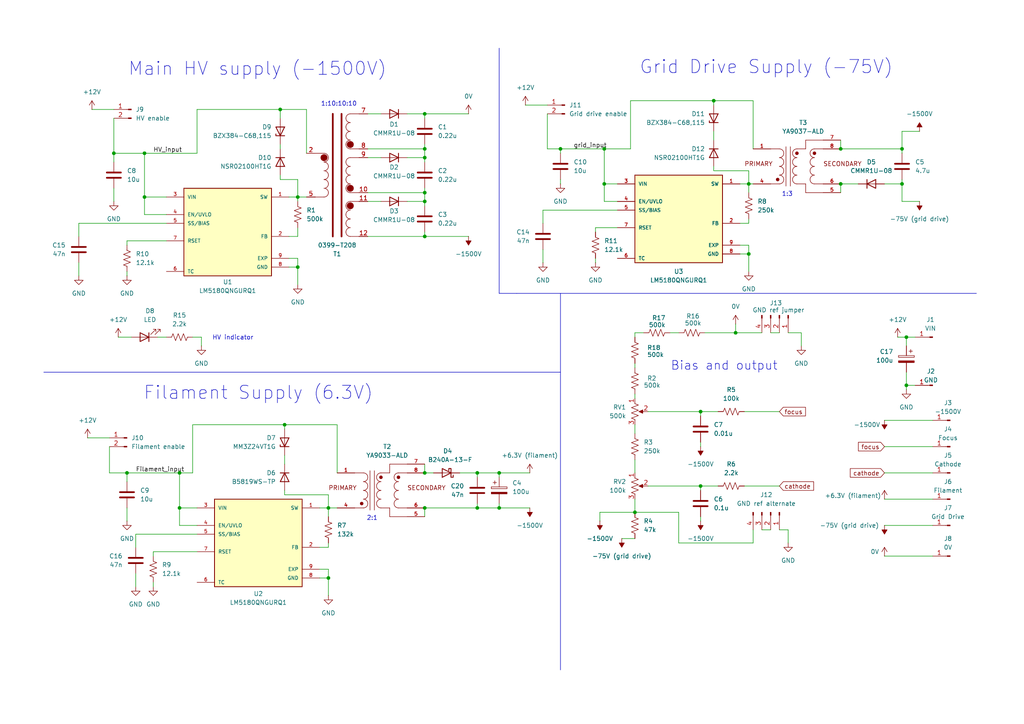
<source format=kicad_sch>
(kicad_sch (version 20231120) (generator "eeschema") (generator_version "8.0")
  (paper "A4")
  (lib_symbols
    (symbol "Connector:Conn_01x01_Pin" (pin_names (offset 1.016) hide)
      (property "Reference" "J" (at 0 2.54 0))
      (property "Value" "Conn_01x01_Pin" (at 0 -2.54 0))
      (symbol "Conn_01x01_Pin_1_1"
        (pin passive line (at 5.08 0 180) (length 3.81) (name "Pin_1") (number "1"))
      )
    )
    (symbol "Connector:Conn_01x02_Pin" (pin_names (offset 1.016) hide)
      (property "Reference" "J" (at 0 2.54 0))
      (property "Value" "Conn_01x02_Pin" (at 0 -5.08 0))
      (symbol "Conn_01x02_Pin_1_1"
        (pin passive line (at 5.08 0 180) (length 3.81) (name "Pin_1") (number "1"))
        (pin passive line (at 5.08 -2.54 180) (length 3.81) (name "Pin_2") (number "2"))
      )
    )
    (symbol "Connector:Conn_01x04_Pin" (pin_names (offset 1.016) hide)
      (property "Reference" "J" (at 0 5.08 0))
      (property "Value" "Conn_01x04_Pin" (at 0 -7.62 0))
      (symbol "Conn_01x04_Pin_1_1"
        (pin passive line (at 5.08 2.54 180) (length 3.81) (name "Pin_1") (number "1"))
        (pin passive line (at 5.08 0 180) (length 3.81) (name "Pin_2") (number "2"))
        (pin passive line (at 5.08 -2.54 180) (length 3.81) (name "Pin_3") (number "3"))
        (pin passive line (at 5.08 -5.08 180) (length 3.81) (name "Pin_4") (number "4"))
      )
    )
    (symbol "Device:C" (pin_numbers hide) (pin_names (offset 0.254))
      (property "Reference" "C" (at 0.635 2.54 0))
      (property "Value" "C" (at 0.635 -2.54 0))
      (symbol "C_1_1"
        (pin passive line (at 0 3.81 270) (length 2.794) (name "~") (number "1"))
        (pin passive line (at 0 -3.81 90) (length 2.794) (name "~") (number "2"))
      )
    )
    (symbol "Device:C_Polarized" (pin_numbers hide) (pin_names (offset 0.254))
      (property "Reference" "C" (at 0.635 2.54 0))
      (property "Value" "C_Polarized" (at 0.635 -2.54 0))
      (symbol "C_Polarized_1_1"
        (pin passive line (at 0 3.81 270) (length 2.794) (name "~") (number "1"))
        (pin passive line (at 0 -3.81 90) (length 2.794) (name "~") (number "2"))
      )
    )
    (symbol "Device:D" (pin_numbers hide) (pin_names (offset 1.016) hide)
      (property "Reference" "D" (at 0 2.54 0))
      (property "Value" "D" (at 0 -2.54 0))
      (symbol "D_1_1"
        (pin passive line (at -3.81 0 0) (length 2.54) (name "K") (number "1"))
        (pin passive line (at 3.81 0 180) (length 2.54) (name "A") (number "2"))
      )
    )
    (symbol "Device:D_Schottky" (pin_numbers hide) (pin_names (offset 1.016) hide)
      (property "Reference" "D" (at 0 2.54 0))
      (property "Value" "D_Schottky" (at 0 -2.54 0))
      (symbol "D_Schottky_1_1"
        (pin passive line (at -3.81 0 0) (length 2.54) (name "K") (number "1"))
        (pin passive line (at 3.81 0 180) (length 2.54) (name "A") (number "2"))
      )
    )
    (symbol "Device:D_Zener" (pin_numbers hide) (pin_names (offset 1.016) hide)
      (property "Reference" "D" (at 0 2.54 0))
      (property "Value" "D_Zener" (at 0 -2.54 0))
      (symbol "D_Zener_1_1"
        (pin passive line (at -3.81 0 0) (length 2.54) (name "K") (number "1"))
        (pin passive line (at 3.81 0 180) (length 2.54) (name "A") (number "2"))
      )
    )
    (symbol "Device:LED" (pin_numbers hide) (pin_names (offset 1.016) hide)
      (property "Reference" "D" (at 0 2.54 0))
      (property "Value" "LED" (at 0 -2.54 0))
      (symbol "LED_1_1"
        (pin passive line (at -3.81 0 0) (length 2.54) (name "K") (number "1"))
        (pin passive line (at 3.81 0 180) (length 2.54) (name "A") (number "2"))
      )
    )
    (symbol "Device:R_Potentiometer_US" (pin_names (offset 1.016) hide)
      (property "Reference" "RV" (at -4.445 0 90))
      (property "Value" "R_Potentiometer_US" (at -2.54 0 90))
      (symbol "R_Potentiometer_US_1_1"
        (pin passive line (at 0 3.81 270) (length 1.27) (name "1") (number "1"))
        (pin passive line (at 3.81 0 180) (length 1.27) (name "2") (number "2"))
        (pin passive line (at 0 -3.81 90) (length 1.27) (name "3") (number "3"))
      )
    )
    (symbol "Device:R_US" (pin_numbers hide) (pin_names (offset 0))
      (property "Reference" "R" (at 2.54 0 90))
      (property "Value" "R_US" (at -2.54 0 90))
      (symbol "R_US_1_1"
        (pin passive line (at 0 3.81 270) (length 1.27) (name "~") (number "1"))
        (pin passive line (at 0 -3.81 90) (length 1.27) (name "~") (number "2"))
      )
    )
    (symbol "LM5180QNGURQ1:LM5180QNGURQ1" (pin_names (offset 1.016))
      (property "Reference" "U" (at -12.7 13.97 0))
      (property "Value" "LM5180QNGURQ1" (at -12.7 -13.97 0))
      (symbol "LM5180QNGURQ1_0_0"
        (pin output line (at 17.78 10.16 180) (length 5.08) (name "SW") (number "1"))
        (pin input line (at 17.78 -1.27 180) (length 5.08) (name "FB") (number "2"))
        (pin input line (at -17.78 10.16 0) (length 5.08) (name "VIN") (number "3"))
        (pin input line (at -17.78 5.08 0) (length 5.08) (name "EN/UVLO") (number "4"))
        (pin input line (at -17.78 2.54 0) (length 5.08) (name "SS/BIAS") (number "5"))
        (pin passive line (at -17.78 -11.43 0) (length 5.08) (name "TC") (number "6"))
        (pin passive line (at -17.78 -2.54 0) (length 5.08) (name "RSET") (number "7"))
        (pin power_in line (at 17.78 -10.16 180) (length 5.08) (name "GND") (number "8"))
        (pin power_in line (at 17.78 -7.62 180) (length 5.08) (name "EXP") (number "9"))
      )
    )
    (symbol "Sumida Transformer:0399-T208"
      (property "Reference" "T" (at 3.81 -19.05 0))
      (property "Value" "0399-T208" (at 0 20.32 0))
      (symbol "0399-T208_1_1"
        (pin passive line (at 8.89 5.08 180) (length 2.54) (name "") (number "10"))
        (pin passive line (at 8.89 7.62 180) (length 2.54) (name "") (number "11"))
        (pin passive line (at 8.89 17.78 180) (length 2.54) (name "") (number "12"))
        (pin passive line (at -8.89 -6.35 0) (length 2.54) (name "") (number "2"))
        (pin passive line (at -8.89 6.35 0) (length 2.54) (name "") (number "5"))
        (pin passive line (at 8.89 -17.78 180) (length 2.54) (name "") (number "7"))
        (pin passive line (at 8.89 -7.62 180) (length 2.54) (name "") (number "8"))
        (pin passive line (at 8.89 -5.08 180) (length 2.54) (name "") (number "9"))
      )
    )
    (symbol "YA9033-ALD:YA9033-ALD" (pin_names (offset 1.016))
      (property "Reference" "T" (at -5.0839 10.1679 0))
      (property "Value" "YA9033-ALD" (at -5.0814 -10.1627 0))
      (symbol "YA9033-ALD_0_0"
        (text "PRIMARY" (at -12.7 0 0) (effects (font (size 1.27 1.27)) (justify left bottom)))
        (text "SECONDARY" (at 10.16 0 0) (effects (font (size 1.27 1.27)) (justify left bottom)))
        (pin passive line (at -10.16 5.08 0) (length 5.08) (name "~") (number "1"))
        (pin passive line (at -10.16 -5.08 0) (length 5.08) (name "~") (number "4"))
        (pin passive line (at 15.24 -7.62 180) (length 5.08) (name "~") (number "5"))
        (pin passive line (at 15.24 -5.08 180) (length 5.08) (name "~") (number "6"))
        (pin passive line (at 15.24 7.62 180) (length 5.08) (name "~") (number "7"))
        (pin passive line (at 15.24 5.08 180) (length 5.08) (name "~") (number "8"))
      )
    )
    (symbol "power:+12V" (power) (pin_numbers hide) (pin_names (offset 0) hide)
      (property "Value" "+12V" (at 0 3.556 0))
      (symbol "+12V_1_1"
        (pin power_in line (at 0 0 90) (length 0) (name "~") (number "1"))
      )
    )
    (symbol "power:+1V0" (power) (pin_numbers hide) (pin_names (offset 0) hide)
      (property "Value" "+1V0" (at 0 3.556 0))
      (symbol "+1V0_1_1"
        (pin power_in line (at 0 0 90) (length 0) (name "~") (number "1"))
      )
    )
    (symbol "power:+6V" (power) (pin_numbers hide) (pin_names (offset 0) hide)
      (property "Value" "+6V" (at 0 3.556 0))
      (symbol "+6V_1_1"
        (pin power_in line (at 0 0 90) (length 0) (name "~") (number "1"))
      )
    )
    (symbol "power:-24V" (power) (pin_numbers hide) (pin_names (offset 0) hide)
      (property "Value" "-24V" (at 0 3.556 0))
      (symbol "-24V_0_0"
        (pin power_in line (at 0 0 90) (length 0) (name "~") (number "1"))
      )
    )
    (symbol "power:-48V" (power) (pin_numbers hide) (pin_names (offset 0) hide)
      (property "Value" "-48V" (at 0 3.556 0))
      (symbol "-48V_0_0"
        (pin power_in line (at 0 0 90) (length 0) (name "~") (number "1"))
      )
    )
    (symbol "power:GND" (power) (pin_numbers hide) (pin_names (offset 0) hide)
      (property "Value" "GND" (at 0 -3.81 0))
      (symbol "GND_1_1"
        (pin power_in line (at 0 0 270) (length 0) (name "~") (number "1"))
      )
    )
  )
  (junction (at 41.91 57.15))
  (junction (at 82.55 123.19))
  (junction (at 138.43 137.16))
  (junction (at 95.25 167.64))
  (junction (at 81.28 31.75))
  (junction (at 243.84 53.34))
  (junction (at 217.17 53.34))
  (junction (at 213.36 96.52))
  (junction (at 33.02 44.45))
  (junction (at 262.89 111.76))
  (junction (at 207.01 29.21))
  (junction (at 52.07 137.16))
  (junction (at 123.19 45.72))
  (junction (at 86.36 77.47))
  (junction (at 262.89 97.79))
  (junction (at 144.78 137.16))
  (junction (at 162.56 43.18))
  (junction (at 41.91 44.45))
  (junction (at 217.17 73.66))
  (junction (at 175.26 53.34))
  (junction (at 261.62 43.18))
  (junction (at 203.2 140.97))
  (junction (at 123.19 58.42))
  (junction (at 86.36 57.15))
  (junction (at 123.19 55.88))
  (junction (at 138.43 147.32))
  (junction (at 243.84 43.18))
  (junction (at 144.78 147.32))
  (junction (at 52.07 147.32))
  (junction (at 123.19 33.02))
  (junction (at 95.25 147.32))
  (junction (at 123.19 68.58))
  (junction (at 184.15 148.59))
  (junction (at 36.83 137.16))
  (junction (at 261.62 53.34))
  (junction (at 123.19 137.16))
  (junction (at 123.19 43.18))
  (junction (at 203.2 119.38))
  (junction (at 123.19 147.32))
  (junction (at 175.26 43.18))
  (wire (pts (xy 172.72 67.31) (xy 172.72 66.04)))
  (wire (pts (xy 123.19 55.88) (xy 123.19 58.42)))
  (wire (pts (xy 213.36 93.98) (xy 213.36 96.52)))
  (wire (pts (xy 179.07 58.42) (xy 175.26 58.42)))
  (wire (pts (xy 55.88 137.16) (xy 52.07 137.16)))
  (wire (pts (xy 215.9 119.38) (xy 226.06 119.38)))
  (wire (pts (xy 86.36 77.47) (xy 86.36 82.55)))
  (wire (pts (xy 138.43 137.16) (xy 138.43 138.43)))
  (wire (pts (xy 48.26 57.15) (xy 41.91 57.15)))
  (wire (pts (xy 33.02 44.45) (xy 33.02 46.99)))
  (wire (pts (xy 217.17 63.5) (xy 217.17 64.77)))
  (wire (pts (xy 203.2 128.27) (xy 203.2 129.54)))
  (wire (pts (xy 232.41 96.52) (xy 232.41 100.33)))
  (wire (pts (xy 33.02 44.45) (xy 41.91 44.45)))
  (wire (pts (xy 123.19 134.62) (xy 123.19 137.16)))
  (wire (pts (xy 86.36 57.15) (xy 86.36 58.42)))
  (wire (pts (xy 95.25 147.32) (xy 95.25 143.51)))
  (polyline (pts (xy 144.78 13.97) (xy 144.78 85.09)))
  (wire (pts (xy 173.99 148.59) (xy 184.15 148.59)))
  (wire (pts (xy 203.2 140.97) (xy 208.28 140.97)))
  (wire (pts (xy 33.02 34.29) (xy 33.02 44.45)))
  (wire (pts (xy 123.19 67.31) (xy 123.19 68.58)))
  (wire (pts (xy 39.37 154.94) (xy 57.15 154.94)))
  (wire (pts (xy 184.15 105.41) (xy 184.15 106.68)))
  (wire (pts (xy 203.2 119.38) (xy 203.2 120.65)))
  (wire (pts (xy 55.88 97.79) (xy 58.42 97.79)))
  (wire (pts (xy 95.25 147.32) (xy 97.79 147.32)))
  (wire (pts (xy 220.98 153.67) (xy 223.52 153.67)))
  (wire (pts (xy 86.36 57.15) (xy 88.9 57.15)))
  (wire (pts (xy 83.82 68.58) (xy 86.36 68.58)))
  (wire (pts (xy 133.35 137.16) (xy 138.43 137.16)))
  (polyline (pts (xy 162.56 85.09) (xy 162.56 194.31)))
  (wire (pts (xy 83.82 74.93) (xy 86.36 74.93)))
  (wire (pts (xy 123.19 58.42) (xy 123.19 59.69)))
  (wire (pts (xy 82.55 143.51) (xy 95.25 143.51)))
  (wire (pts (xy 144.78 147.32) (xy 153.67 147.32)))
  (wire (pts (xy 123.19 45.72) (xy 123.19 46.99)))
  (wire (pts (xy 180.34 156.21) (xy 184.15 156.21)))
  (wire (pts (xy 157.48 60.96) (xy 157.48 64.77)))
  (wire (pts (xy 57.15 152.4) (xy 52.07 152.4)))
  (wire (pts (xy 36.83 69.85) (xy 48.26 69.85)))
  (wire (pts (xy 86.36 52.07) (xy 86.36 57.15)))
  (wire (pts (xy 256.54 144.78) (xy 270.51 144.78)))
  (wire (pts (xy 203.2 149.86) (xy 203.2 151.13)))
  (wire (pts (xy 123.19 147.32) (xy 123.19 149.86)))
  (wire (pts (xy 187.96 119.38) (xy 203.2 119.38)))
  (wire (pts (xy 214.63 64.77) (xy 217.17 64.77)))
  (wire (pts (xy 95.25 165.1) (xy 95.25 167.64)))
  (wire (pts (xy 106.68 55.88) (xy 123.19 55.88)))
  (wire (pts (xy 207.01 49.53) (xy 217.17 49.53)))
  (wire (pts (xy 175.26 53.34) (xy 175.26 43.18)))
  (wire (pts (xy 106.68 33.02) (xy 110.49 33.02)))
  (wire (pts (xy 95.25 167.64) (xy 95.25 172.72)))
  (wire (pts (xy 262.89 97.79) (xy 262.89 100.33)))
  (wire (pts (xy 243.84 53.34) (xy 248.92 53.34)))
  (wire (pts (xy 123.19 33.02) (xy 135.89 33.02)))
  (wire (pts (xy 36.83 78.74) (xy 36.83 80.01)))
  (wire (pts (xy 218.44 29.21) (xy 218.44 43.18)))
  (wire (pts (xy 217.17 49.53) (xy 217.17 53.34)))
  (wire (pts (xy 152.4 30.48) (xy 158.75 30.48)))
  (wire (pts (xy 144.78 146.05) (xy 144.78 147.32)))
  (wire (pts (xy 138.43 146.05) (xy 138.43 147.32)))
  (wire (pts (xy 207.01 48.26) (xy 207.01 49.53)))
  (wire (pts (xy 226.06 153.67) (xy 228.6 153.67)))
  (wire (pts (xy 182.88 43.18) (xy 175.26 43.18)))
  (wire (pts (xy 57.15 44.45) (xy 41.91 44.45)))
  (wire (pts (xy 44.45 161.29) (xy 44.45 160.02)))
  (wire (pts (xy 172.72 74.93) (xy 172.72 76.2)))
  (wire (pts (xy 215.9 140.97) (xy 226.06 140.97)))
  (wire (pts (xy 261.62 52.07) (xy 261.62 53.34)))
  (wire (pts (xy 22.86 64.77) (xy 22.86 68.58)))
  (wire (pts (xy 83.82 57.15) (xy 86.36 57.15)))
  (wire (pts (xy 162.56 43.18) (xy 162.56 44.45)))
  (wire (pts (xy 217.17 73.66) (xy 217.17 78.74)))
  (wire (pts (xy 82.55 123.19) (xy 97.79 123.19)))
  (wire (pts (xy 256.54 53.34) (xy 261.62 53.34)))
  (wire (pts (xy 179.07 53.34) (xy 175.26 53.34)))
  (wire (pts (xy 123.19 147.32) (xy 138.43 147.32)))
  (wire (pts (xy 228.6 96.52) (xy 232.41 96.52)))
  (wire (pts (xy 207.01 29.21) (xy 207.01 30.48)))
  (wire (pts (xy 213.36 96.52) (xy 220.98 96.52)))
  (wire (pts (xy 83.82 77.47) (xy 86.36 77.47)))
  (wire (pts (xy 52.07 137.16) (xy 52.07 147.32)))
  (wire (pts (xy 123.19 137.16) (xy 125.73 137.16)))
  (wire (pts (xy 26.67 31.75) (xy 33.02 31.75)))
  (wire (pts (xy 262.89 97.79) (xy 265.43 97.79)))
  (wire (pts (xy 261.62 43.18) (xy 261.62 38.1)))
  (polyline (pts (xy 149.86 85.09) (xy 283.21 85.09)))
  (wire (pts (xy 158.75 33.02) (xy 158.75 43.18)))
  (wire (pts (xy 57.15 147.32) (xy 52.07 147.32)))
  (wire (pts (xy 41.91 57.15) (xy 41.91 62.23)))
  (wire (pts (xy 138.43 147.32) (xy 144.78 147.32)))
  (wire (pts (xy 44.45 168.91) (xy 44.45 170.18)))
  (wire (pts (xy 182.88 29.21) (xy 207.01 29.21)))
  (wire (pts (xy 261.62 38.1) (xy 266.7 38.1)))
  (wire (pts (xy 204.47 96.52) (xy 213.36 96.52)))
  (wire (pts (xy 214.63 53.34) (xy 217.17 53.34)))
  (wire (pts (xy 203.2 140.97) (xy 203.2 142.24)))
  (wire (pts (xy 262.89 107.95) (xy 262.89 111.76)))
  (wire (pts (xy 144.78 137.16) (xy 153.67 137.16)))
  (wire (pts (xy 82.55 123.19) (xy 82.55 124.46)))
  (wire (pts (xy 52.07 152.4) (xy 52.07 147.32)))
  (polyline (pts (xy 12.7 107.95) (xy 162.56 107.95)))
  (wire (pts (xy 97.79 123.19) (xy 97.79 137.16)))
  (wire (pts (xy 81.28 31.75) (xy 88.9 31.75)))
  (wire (pts (xy 25.4 127) (xy 31.75 127)))
  (wire (pts (xy 261.62 53.34) (xy 261.62 58.42)))
  (wire (pts (xy 243.84 40.64) (xy 243.84 43.18)))
  (wire (pts (xy 217.17 53.34) (xy 218.44 53.34)))
  (wire (pts (xy 203.2 119.38) (xy 208.28 119.38)))
  (wire (pts (xy 36.83 71.12) (xy 36.83 69.85)))
  (polyline (pts (xy 144.78 85.09) (xy 149.86 85.09)))
  (wire (pts (xy 123.19 54.61) (xy 123.19 55.88)))
  (wire (pts (xy 144.78 137.16) (xy 144.78 138.43)))
  (wire (pts (xy 86.36 74.93) (xy 86.36 77.47)))
  (wire (pts (xy 260.35 97.79) (xy 262.89 97.79)))
  (wire (pts (xy 186.69 96.52) (xy 184.15 96.52)))
  (wire (pts (xy 123.19 41.91) (xy 123.19 43.18)))
  (wire (pts (xy 58.42 97.79) (xy 58.42 100.33)))
  (wire (pts (xy 217.17 71.12) (xy 217.17 73.66)))
  (wire (pts (xy 57.15 31.75) (xy 57.15 44.45)))
  (wire (pts (xy 39.37 166.37) (xy 39.37 170.18)))
  (wire (pts (xy 184.15 133.35) (xy 184.15 137.16)))
  (wire (pts (xy 158.75 43.18) (xy 162.56 43.18)))
  (wire (pts (xy 243.84 43.18) (xy 261.62 43.18)))
  (wire (pts (xy 31.75 137.16) (xy 36.83 137.16)))
  (wire (pts (xy 157.48 72.39) (xy 157.48 76.2)))
  (wire (pts (xy 95.25 147.32) (xy 95.25 149.86)))
  (wire (pts (xy 214.63 71.12) (xy 217.17 71.12)))
  (wire (pts (xy 256.54 137.16) (xy 270.51 137.16)))
  (wire (pts (xy 228.6 153.67) (xy 228.6 157.48)))
  (wire (pts (xy 41.91 57.15) (xy 41.91 44.45)))
  (wire (pts (xy 106.68 58.42) (xy 110.49 58.42)))
  (wire (pts (xy 22.86 76.2) (xy 22.86 80.01)))
  (wire (pts (xy 217.17 53.34) (xy 217.17 55.88)))
  (wire (pts (xy 92.71 158.75) (xy 95.25 158.75)))
  (wire (pts (xy 81.28 50.8) (xy 81.28 52.07)))
  (wire (pts (xy 92.71 147.32) (xy 95.25 147.32)))
  (wire (pts (xy 95.25 157.48) (xy 95.25 158.75)))
  (wire (pts (xy 256.54 129.54) (xy 270.51 129.54)))
  (wire (pts (xy 44.45 160.02) (xy 57.15 160.02)))
  (wire (pts (xy 82.55 132.08) (xy 82.55 134.62)))
  (wire (pts (xy 33.02 54.61) (xy 33.02 58.42)))
  (wire (pts (xy 207.01 38.1) (xy 207.01 40.64)))
  (wire (pts (xy 36.83 137.16) (xy 52.07 137.16)))
  (wire (pts (xy 81.28 52.07) (xy 86.36 52.07)))
  (wire (pts (xy 82.55 142.24) (xy 82.55 143.51)))
  (wire (pts (xy 243.84 53.34) (xy 243.84 55.88)))
  (wire (pts (xy 207.01 29.21) (xy 218.44 29.21)))
  (wire (pts (xy 123.19 33.02) (xy 123.19 34.29)))
  (wire (pts (xy 173.99 148.59) (xy 173.99 151.13)))
  (wire (pts (xy 261.62 43.18) (xy 261.62 44.45)))
  (wire (pts (xy 194.31 96.52) (xy 196.85 96.52)))
  (wire (pts (xy 92.71 165.1) (xy 95.25 165.1)))
  (wire (pts (xy 184.15 123.19) (xy 184.15 125.73)))
  (wire (pts (xy 179.07 60.96) (xy 157.48 60.96)))
  (wire (pts (xy 92.71 167.64) (xy 95.25 167.64)))
  (wire (pts (xy 265.43 111.76) (xy 262.89 111.76)))
  (wire (pts (xy 48.26 62.23) (xy 41.91 62.23)))
  (wire (pts (xy 55.88 123.19) (xy 55.88 137.16)))
  (wire (pts (xy 39.37 154.94) (xy 39.37 158.75)))
  (wire (pts (xy 196.85 157.48) (xy 218.44 157.48)))
  (wire (pts (xy 138.43 137.16) (xy 144.78 137.16)))
  (wire (pts (xy 184.15 114.3) (xy 184.15 115.57)))
  (wire (pts (xy 106.68 43.18) (xy 123.19 43.18)))
  (wire (pts (xy 162.56 43.18) (xy 175.26 43.18)))
  (wire (pts (xy 81.28 31.75) (xy 81.28 34.29)))
  (wire (pts (xy 187.96 140.97) (xy 203.2 140.97)))
  (wire (pts (xy 256.54 161.29) (xy 270.51 161.29)))
  (wire (pts (xy 88.9 31.75) (xy 88.9 44.45)))
  (wire (pts (xy 172.72 66.04) (xy 179.07 66.04)))
  (wire (pts (xy 123.19 43.18) (xy 123.19 45.72)))
  (wire (pts (xy 118.11 33.02) (xy 123.19 33.02)))
  (wire (pts (xy 34.29 97.79) (xy 38.1 97.79)))
  (wire (pts (xy 256.54 152.4) (xy 270.51 152.4)))
  (wire (pts (xy 81.28 41.91) (xy 81.28 43.18)))
  (wire (pts (xy 106.68 45.72) (xy 110.49 45.72)))
  (wire (pts (xy 118.11 45.72) (xy 123.19 45.72)))
  (wire (pts (xy 182.88 29.21) (xy 182.88 43.18)))
  (wire (pts (xy 31.75 129.54) (xy 31.75 137.16)))
  (wire (pts (xy 175.26 58.42) (xy 175.26 53.34)))
  (wire (pts (xy 184.15 148.59) (xy 196.85 148.59)))
  (wire (pts (xy 36.83 147.32) (xy 36.83 151.13)))
  (wire (pts (xy 106.68 68.58) (xy 123.19 68.58)))
  (wire (pts (xy 57.15 31.75) (xy 81.28 31.75)))
  (wire (pts (xy 36.83 137.16) (xy 36.83 139.7)))
  (wire (pts (xy 184.15 144.78) (xy 184.15 148.59)))
  (wire (pts (xy 86.36 66.04) (xy 86.36 68.58)))
  (wire (pts (xy 256.54 121.92) (xy 270.51 121.92)))
  (wire (pts (xy 55.88 123.19) (xy 82.55 123.19)))
  (wire (pts (xy 123.19 68.58) (xy 135.89 68.58)))
  (wire (pts (xy 45.72 97.79) (xy 48.26 97.79)))
  (wire (pts (xy 118.11 58.42) (xy 123.19 58.42)))
  (wire (pts (xy 261.62 58.42) (xy 266.7 58.42)))
  (wire (pts (xy 218.44 157.48) (xy 218.44 153.67)))
  (wire (pts (xy 196.85 148.59) (xy 196.85 157.48)))
  (wire (pts (xy 223.52 96.52) (xy 226.06 96.52)))
  (wire (pts (xy 184.15 96.52) (xy 184.15 97.79)))
  (wire (pts (xy 214.63 73.66) (xy 217.17 73.66)))
  (wire (pts (xy 22.86 64.77) (xy 48.26 64.77)))
  (wire (pts (xy 262.89 111.76) (xy 262.89 113.03)))
  (wire (pts (xy 162.56 52.07) (xy 162.56 53.34)))
  (text "1:3\n" (at 228.346 56.388 0) (effects (font (size 1.27 1.27))))
  (text "HV indicator\n" (at 67.564 98.044 0) (effects (font (size 1.27 1.27))))
  (text "1:10:10:10" (at 98.298 30.226 0) (effects (font (size 1.27 1.27))))
  (text "Filament Supply (6.3V)" (at 74.93 114.046 0) (effects (font (size 3.81 3.81))))
  (text "Bias and output" (at 210.058 106.172 0) (effects (font (size 2.54 2.54))))
  (text "Main HV supply (-1500V)" (at 74.676 20.066 0) (effects (font (size 3.81 3.81))))
  (text "Grid Drive Supply (-75V)" (at 222.25 19.558 0) (effects (font (size 3.81 3.81))))
  (text "2:1" (at 107.95 150.368 0) (effects (font (size 1.27 1.27))))
  (label "Filament_input" (at 39.37 137.16 0))
  (label "HV_input" (at 44.45 44.45 0))
  (label "grid_input" (at 166.37 43.18 0))
  (global_label "cathode" (shape input) (at 256.54 137.16 180) (property "Intersheetrefs" "${INTERSHEET_REFS}" (effects (hide yes))))
  (global_label "focus" (shape input) (at 256.54 129.54 180) (property "Intersheetrefs" "${INTERSHEET_REFS}" (effects (hide yes))))
  (global_label "cathode" (shape input) (at 226.06 140.97 0) (property "Intersheetrefs" "${INTERSHEET_REFS}" (effects (hide yes))))
  (global_label "focus" (shape input) (at 226.06 119.38 0) (property "Intersheetrefs" "${INTERSHEET_REFS}" (effects (hide yes))))
  (symbol (lib_id "power:+1V0") (at 135.89 33.02 0) (unit 1)
    (property "Reference" "#PWR01" (effects (hide yes)))
    (property "Value" "0V" (at 135.89 27.94 0))
    (property "Description" "Power symbol creates a global label with name \"+1V0\"" (effects (hide yes)))
  )
  (symbol (lib_id "Device:C_Polarized") (at 262.89 104.14 0) (mirror y) (unit 1)
    (property "Reference" "C17" (at 259.08 101.9809 0) (effects (justify left)))
    (property "Value" "100u" (at 259.08 104.5209 0) (effects (justify left)))
    (property "Footprint" "Capacitor_SMD:C_Elec_6.3x5.8" (effects (hide yes)))
    (property "Datasheet" "875105344010" (effects (hide yes)))
    (property "Description" "Polarized capacitor" (effects (hide yes)))
  )
  (symbol (lib_id "Connector:Conn_01x01_Pin") (at 270.51 111.76 180) (unit 1)
    (property "Reference" "J2" (at 270.002 107.696 0))
    (property "Value" "GND" (at 270.002 110.236 0))
    (property "Footprint" "Connector_PinSocket_2.54mm:PinSocket_1x01_P2.54mm_Vertical" (effects (hide yes)))
    (property "Description" "Generic connector, single row, 01x01, script generated" (effects (hide yes)))
  )
  (symbol (lib_id "Device:C") (at 123.19 50.8 0) (unit 1)
    (property "Reference" "C2" (at 127 49.5299 0) (effects (justify left)))
    (property "Value" "0.22u" (at 127 52.0699 0) (effects (justify left)))
    (property "Footprint" "Capacitor_SMD:C_1812_4532Metric_Pad1.57x3.40mm_HandSolder" (effects (hide yes)))
    (property "Description" "Unpolarized capacitor" (effects (hide yes)))
  )
  (symbol (lib_id "LM5180QNGURQ1:LM5180QNGURQ1") (at 196.85 63.5 0) (unit 1)
    (property "Reference" "U3" (at 196.85 78.74 0))
    (property "Value" "LM5180QNGURQ1" (at 196.85 81.28 0))
    (property "Footprint" "LM5180:SON80P400X400X80-9N" (effects (hide yes)))
    (property "MF" "Texas Instruments" (effects (hide yes)))
    (property "MAXIMUM_PACKAGE_HEIGHT" "0.8 mm" (effects (hide yes)))
    (property "Package" "WSON-8 Texas Instruments" (effects (hide yes)))
    (property "Price" "None" (effects (hide yes)))
    (property "Check_prices" "https://www.snapeda.com/parts/LM5180QNGURQ1/Texas+Instruments/view-part/?ref=eda" (effects (hide yes)))
    (property "STANDARD" "IPC 7351B" (effects (hide yes)))
    (property "PARTREV" "A" (effects (hide yes)))
    (property "SnapEDA_Link" "https://www.snapeda.com/parts/LM5180QNGURQ1/Texas+Instruments/view-part/?ref=snap" (effects (hide yes)))
    (property "MP" "LM5180QNGURQ1" (effects (hide yes)))
    (property "Description_1" "\n                        \n                            Automotive 65-VIN no-opto flyback converter with 100-V, 1.5-A integrated MOSFET\n                        \n" (effects (hide yes)))
    (property "Availability" "In Stock" (effects (hide yes)))
    (property "MANUFACTURER" "Texas Instruments" (effects (hide yes)))
  )
  (symbol (lib_id "Device:D_Zener") (at 207.01 34.29 90) (unit 1)
    (property "Reference" "D11" (at 204.47 33.0199 90) (effects (justify left)))
    (property "Value" "BZX384-C68,115" (at 204.47 35.5599 90) (effects (justify left)))
    (property "Footprint" "Diode_SMD:D_SOD-323_HandSoldering" (effects (hide yes)))
    (property "Description" "Zener diode" (effects (hide yes)))
  )
  (symbol (lib_id "Device:R_US") (at 190.5 96.52 90) (unit 1)
    (property "Reference" "R17" (at 193.04 92.202 90) (effects (justify left)))
    (property "Value" "500k" (at 193.04 94.2339 90) (effects (justify left)))
    (property "Footprint" "Resistor_SMD:R_1206_3216Metric_Pad1.30x1.75mm_HandSolder" (effects (hide yes)))
    (property "Description" "Resistor, US symbol" (effects (hide yes)))
  )
  (symbol (lib_id "Device:R_US") (at 184.15 129.54 0) (unit 1)
    (property "Reference" "R3" (at 186.69 128.2699 0) (effects (justify left)))
    (property "Value" "250k" (at 186.69 130.8099 0) (effects (justify left)))
    (property "Footprint" "Resistor_SMD:R_1206_3216Metric_Pad1.30x1.75mm_HandSolder" (effects (hide yes)))
    (property "Description" "Resistor, US symbol" (effects (hide yes)))
  )
  (symbol (lib_id "Device:C") (at 261.62 48.26 0) (unit 1)
    (property "Reference" "C5" (at 265.43 46.9899 0) (effects (justify left)))
    (property "Value" "4.7u" (at 265.43 49.5299 0) (effects (justify left)))
    (property "Footprint" "Capacitor_SMD:C_1206_3216Metric_Pad1.33x1.80mm_HandSolder" (effects (hide yes)))
    (property "Datasheet" "GRM31CC72A475KE11L" (effects (hide yes)))
    (property "Description" "Unpolarized capacitor" (effects (hide yes)))
  )
  (symbol (lib_id "Device:C") (at 123.19 63.5 0) (unit 1)
    (property "Reference" "C3" (at 127 62.2299 0) (effects (justify left)))
    (property "Value" "0.22u" (at 127 64.7699 0) (effects (justify left)))
    (property "Footprint" "Capacitor_SMD:C_1812_4532Metric_Pad1.57x3.40mm_HandSolder" (effects (hide yes)))
    (property "Description" "Unpolarized capacitor" (effects (hide yes)))
  )
  (symbol (lib_id "power:GND") (at 95.25 172.72 0) (unit 1)
    (property "Reference" "#PWR04" (effects (hide yes)))
    (property "Value" "GND" (at 95.25 177.8 0))
    (property "Description" "Power symbol creates a global label with name \"GND\" , ground" (effects (hide yes)))
  )
  (symbol (lib_id "Connector:Conn_01x04_Pin") (at 226.06 91.44 270) (unit 1)
    (property "Reference" "J13" (at 225.044 87.884 90))
    (property "Value" "GND ref jumper" (at 225.806 89.916 90))
    (property "Footprint" "Connector_PinSocket_2.54mm:PinSocket_1x04_P2.54mm_Vertical" (effects (hide yes)))
    (property "Description" "Generic connector, single row, 01x04, script generated" (effects (hide yes)))
  )
  (symbol (lib_id "power:-48V") (at 203.2 151.13 180) (unit 1)
    (property "Reference" "#PWR06" (effects (hide yes)))
    (property "Value" "-1500V" (at 203.2 156.21 0))
    (property "Description" "Power symbol creates a global label with name \"-48V\"" (effects (hide yes)))
  )
  (symbol (lib_id "Device:C") (at 203.2 124.46 0) (unit 1)
    (property "Reference" "C7" (at 207.01 123.1899 0) (effects (justify left)))
    (property "Value" "0.01u" (at 207.01 125.7299 0) (effects (justify left)))
    (property "Footprint" "Capacitor_SMD:C_1206_3216Metric_Pad1.33x1.80mm_HandSolder" (effects (hide yes)))
    (property "Datasheet" "GRM31BR72J103KW01L" (effects (hide yes)))
    (property "Description" "Unpolarized capacitor" (effects (hide yes)))
  )
  (symbol (lib_id "Device:R_US") (at 86.36 62.23 0) (unit 1)
    (property "Reference" "R1" (at 88.9 60.9599 0) (effects (justify left)))
    (property "Value" "500k" (at 88.9 63.4999 0) (effects (justify left)))
    (property "Footprint" "Resistor_SMD:R_0805_2012Metric_Pad1.20x1.40mm_HandSolder" (effects (hide yes)))
    (property "Description" "Resistor, US symbol" (effects (hide yes)))
  )
  (symbol (lib_id "power:GND") (at 36.83 80.01 0) (unit 1)
    (property "Reference" "#PWR012" (effects (hide yes)))
    (property "Value" "GND" (at 36.83 85.09 0))
    (property "Description" "Power symbol creates a global label with name \"GND\" , ground" (effects (hide yes)))
  )
  (symbol (lib_id "Device:R_US") (at 184.15 101.6 0) (unit 1)
    (property "Reference" "R18" (at 187.706 100.838 0) (effects (justify left)))
    (property "Value" "500k" (at 187.706 102.87 0) (effects (justify left)))
    (property "Footprint" "Resistor_SMD:R_1206_3216Metric_Pad1.30x1.75mm_HandSolder" (effects (hide yes)))
    (property "Description" "Resistor, US symbol" (effects (hide yes)))
  )
  (symbol (lib_id "Device:C") (at 157.48 68.58 0) (unit 1)
    (property "Reference" "C14" (at 153.67 67.3099 0) (effects (justify right)))
    (property "Value" "47n" (at 153.67 69.8499 0) (effects (justify right)))
    (property "Footprint" "Capacitor_SMD:C_0603_1608Metric_Pad1.08x0.95mm_HandSolder" (effects (hide yes)))
    (property "Datasheet" "C0603C473K4RECAUTO" (effects (hide yes)))
    (property "Description" "Unpolarized capacitor" (effects (hide yes)))
  )
  (symbol (lib_id "Device:D") (at 207.01 44.45 270) (unit 1)
    (property "Reference" "D12" (at 204.47 43.1799 90) (effects (justify right)))
    (property "Value" "NSR02100HT1G" (at 204.47 45.7199 90) (effects (justify right)))
    (property "Footprint" "Diode_SMD:D_SOD-323_HandSoldering" (effects (hide yes)))
    (property "Description" "Diode" (effects (hide yes)))
    (property "Sim.Device" "D" (effects (hide yes)))
    (property "Sim.Pins" "1=K 2=A" (effects (hide yes)))
  )
  (symbol (lib_id "power:+6V") (at 153.67 137.16 0) (unit 1)
    (property "Reference" "#PWR024" (effects (hide yes)))
    (property "Value" "+6.3V (filament)" (at 153.67 132.08 0))
    (property "Description" "Power symbol creates a global label with name \"+6V\"" (effects (hide yes)))
  )
  (symbol (lib_id "power:GND") (at 39.37 170.18 0) (unit 1)
    (property "Reference" "#PWR016" (effects (hide yes)))
    (property "Value" "GND" (at 39.37 175.26 0))
    (property "Description" "Power symbol creates a global label with name \"GND\" , ground" (effects (hide yes)))
  )
  (symbol (lib_id "power:+1V0") (at 213.36 93.98 0) (unit 1)
    (property "Reference" "#PWR034" (effects (hide yes)))
    (property "Value" "0V" (at 213.36 88.9 0))
    (property "Description" "Power symbol creates a global label with name \"+1V0\"" (effects (hide yes)))
  )
  (symbol (lib_id "power:+12V") (at 34.29 97.79 0) (unit 1)
    (property "Reference" "#PWR022" (effects (hide yes)))
    (property "Value" "+12V" (at 34.29 92.71 0))
    (property "Description" "Power symbol creates a global label with name \"+12V\"" (effects (hide yes)))
  )
  (symbol (lib_id "Device:C") (at 138.43 142.24 0) (unit 1)
    (property "Reference" "C20" (at 134.62 140.9699 0) (effects (justify right)))
    (property "Value" "47n" (at 134.62 143.5099 0) (effects (justify right)))
    (property "Footprint" "Capacitor_SMD:C_0603_1608Metric_Pad1.08x0.95mm_HandSolder" (effects (hide yes)))
    (property "Datasheet" "C0603C473K4RECAUTO" (effects (hide yes)))
    (property "Description" "Unpolarized capacitor" (effects (hide yes)))
  )
  (symbol (lib_id "Device:D") (at 114.3 58.42 180) (unit 1)
    (property "Reference" "D3" (at 114.3 61.214 0))
    (property "Value" "CMMR1U-08" (at 114.3 63.754 0))
    (property "Footprint" "Diode_SMD:D_SOD-123F" (effects (hide yes)))
    (property "Description" "Diode" (effects (hide yes)))
    (property "Sim.Device" "D" (effects (hide yes)))
    (property "Sim.Pins" "1=K 2=A" (effects (hide yes)))
  )
  (symbol (lib_id "Device:R_US") (at 184.15 152.4 0) (unit 1)
    (property "Reference" "R4" (at 186.69 151.1299 0) (effects (justify left)))
    (property "Value" "47k" (at 186.69 153.6699 0) (effects (justify left)))
    (property "Footprint" "Resistor_SMD:R_1206_3216Metric_Pad1.30x1.75mm_HandSolder" (effects (hide yes)))
    (property "Description" "Resistor, US symbol" (effects (hide yes)))
  )
  (symbol (lib_id "Connector:Conn_01x01_Pin") (at 275.59 161.29 180) (unit 1)
    (property "Reference" "J8" (at 274.955 156.21 0))
    (property "Value" "0V" (at 274.955 158.75 0))
    (property "Footprint" "Connector_PinSocket_2.54mm:PinSocket_1x01_P2.54mm_Vertical" (effects (hide yes)))
    (property "Description" "Generic connector, single row, 01x01, script generated" (effects (hide yes)))
  )
  (symbol (lib_id "power:GND") (at 232.41 100.33 0) (unit 1)
    (property "Reference" "#PWR05" (effects (hide yes)))
    (property "Value" "GND" (at 232.41 105.41 0))
    (property "Description" "Power symbol creates a global label with name \"GND\" , ground" (effects (hide yes)))
  )
  (symbol (lib_id "Device:C") (at 22.86 72.39 0) (unit 1)
    (property "Reference" "C15" (at 19.05 71.1199 0) (effects (justify right)))
    (property "Value" "47n" (at 19.05 73.6599 0) (effects (justify right)))
    (property "Footprint" "Capacitor_SMD:C_0603_1608Metric_Pad1.08x0.95mm_HandSolder" (effects (hide yes)))
    (property "Datasheet" "C0603C473K4RECAUTO" (effects (hide yes)))
    (property "Description" "Unpolarized capacitor" (effects (hide yes)))
  )
  (symbol (lib_id "power:-48V") (at 203.2 129.54 180) (unit 1)
    (property "Reference" "#PWR07" (effects (hide yes)))
    (property "Value" "-1500V" (at 203.2 134.62 0))
    (property "Description" "Power symbol creates a global label with name \"-48V\"" (effects (hide yes)))
  )
  (symbol (lib_id "power:+12V") (at 260.35 97.79 0) (unit 1)
    (property "Reference" "#PWR021" (effects (hide yes)))
    (property "Value" "+12V" (at 260.35 92.71 0))
    (property "Description" "Power symbol creates a global label with name \"+12V\"" (effects (hide yes)))
  )
  (symbol (lib_id "power:+12V") (at 26.67 31.75 0) (unit 1)
    (property "Reference" "#PWR019" (effects (hide yes)))
    (property "Value" "+12V" (at 26.67 26.67 0))
    (property "Description" "Power symbol creates a global label with name \"+12V\"" (effects (hide yes)))
  )
  (symbol (lib_id "Device:R_US") (at 184.15 110.49 0) (unit 1)
    (property "Reference" "R2" (at 187.706 109.728 0) (effects (justify left)))
    (property "Value" "500k" (at 186.69 111.7599 0) (effects (justify left)))
    (property "Footprint" "Resistor_SMD:R_1206_3216Metric_Pad1.30x1.75mm_HandSolder" (effects (hide yes)))
    (property "Description" "Resistor, US symbol" (effects (hide yes)))
  )
  (symbol (lib_id "Device:R_US") (at 172.72 71.12 0) (unit 1)
    (property "Reference" "R11" (at 175.26 69.8499 0) (effects (justify left)))
    (property "Value" "12.1k" (at 175.26 72.3899 0) (effects (justify left)))
    (property "Footprint" "Resistor_SMD:R_0603_1608Metric_Pad0.98x0.95mm_HandSolder" (effects (hide yes)))
    (property "Description" "Resistor, US symbol" (effects (hide yes)))
  )
  (symbol (lib_id "LM5180QNGURQ1:LM5180QNGURQ1") (at 74.93 157.48 0) (unit 1)
    (property "Reference" "U2" (at 74.93 172.212 0))
    (property "Value" "LM5180QNGURQ1" (at 74.93 174.752 0))
    (property "Footprint" "LM5180:SON80P400X400X80-9N" (effects (hide yes)))
    (property "MF" "Texas Instruments" (effects (hide yes)))
    (property "MAXIMUM_PACKAGE_HEIGHT" "0.8 mm" (effects (hide yes)))
    (property "Package" "WSON-8 Texas Instruments" (effects (hide yes)))
    (property "Price" "None" (effects (hide yes)))
    (property "Check_prices" "https://www.snapeda.com/parts/LM5180QNGURQ1/Texas+Instruments/view-part/?ref=eda" (effects (hide yes)))
    (property "STANDARD" "IPC 7351B" (effects (hide yes)))
    (property "PARTREV" "A" (effects (hide yes)))
    (property "SnapEDA_Link" "https://www.snapeda.com/parts/LM5180QNGURQ1/Texas+Instruments/view-part/?ref=snap" (effects (hide yes)))
    (property "MP" "LM5180QNGURQ1" (effects (hide yes)))
    (property "Description_1" "\n                        \n                            Automotive 65-VIN no-opto flyback converter with 100-V, 1.5-A integrated MOSFET\n                        \n" (effects (hide yes)))
    (property "Availability" "In Stock" (effects (hide yes)))
    (property "MANUFACTURER" "Texas Instruments" (effects (hide yes)))
  )
  (symbol (lib_id "power:GND") (at 172.72 76.2 0) (unit 1)
    (property "Reference" "#PWR013" (effects (hide yes)))
    (property "Value" "GND" (at 172.72 81.28 0))
    (property "Description" "Power symbol creates a global label with name \"GND\" , ground" (effects (hide yes)))
  )
  (symbol (lib_id "power:GND") (at 162.56 53.34 0) (unit 1)
    (property "Reference" "#PWR010" (effects (hide yes)))
    (property "Value" "GND" (at 162.56 58.42 0))
    (property "Description" "Power symbol creates a global label with name \"GND\" , ground" (effects (hide yes)))
  )
  (symbol (lib_id "Connector:Conn_01x01_Pin") (at 270.51 97.79 180) (unit 1)
    (property "Reference" "J1" (at 269.875 92.71 0))
    (property "Value" "VIN" (at 269.875 95.25 0))
    (property "Footprint" "Connector_PinSocket_2.54mm:PinSocket_1x01_P2.54mm_Vertical" (effects (hide yes)))
    (property "Description" "Generic connector, single row, 01x01, script generated" (effects (hide yes)))
  )
  (symbol (lib_id "Device:R_US") (at 36.83 74.93 0) (unit 1)
    (property "Reference" "R10" (at 39.37 73.6599 0) (effects (justify left)))
    (property "Value" "12.1k" (at 39.37 76.1999 0) (effects (justify left)))
    (property "Footprint" "Resistor_SMD:R_0603_1608Metric_Pad0.98x0.95mm_HandSolder" (effects (hide yes)))
    (property "Description" "Resistor, US symbol" (effects (hide yes)))
  )
  (symbol (lib_id "Device:C") (at 36.83 143.51 0) (unit 1)
    (property "Reference" "C9" (at 40.64 142.2399 0) (effects (justify left)))
    (property "Value" "10u" (at 40.64 144.7799 0) (effects (justify left)))
    (property "Footprint" "Capacitor_SMD:C_1210_3225Metric_Pad1.33x2.70mm_HandSolder" (effects (hide yes)))
    (property "Datasheet" "CL32B106KBJNNNE" (effects (hide yes)))
    (property "Description" "Unpolarized capacitor" (effects (hide yes)))
  )
  (symbol (lib_id "Device:C") (at 203.2 146.05 0) (unit 1)
    (property "Reference" "C6" (at 207.01 144.7799 0) (effects (justify left)))
    (property "Value" "0.1u" (at 207.01 147.3199 0) (effects (justify left)))
    (property "Footprint" "Capacitor_SMD:C_0603_1608Metric_Pad1.08x0.95mm_HandSolder" (effects (hide yes)))
    (property "Datasheet" "CL10B104KC8NNNC" (effects (hide yes)))
    (property "Description" "Unpolarized capacitor" (effects (hide yes)))
  )
  (symbol (lib_id "power:-24V") (at 180.34 156.21 180) (unit 1)
    (property "Reference" "#PWR031" (effects (hide yes)))
    (property "Value" "-75V (grid drive)" (at 180.34 161.29 0))
    (property "Description" "Power symbol creates a global label with name \"-24V\"" (effects (hide yes)))
  )
  (symbol (lib_id "power:-48V") (at 266.7 38.1 0) (unit 1)
    (property "Reference" "#PWR028" (effects (hide yes)))
    (property "Value" "-1500V" (at 266.7 33.02 0))
    (property "Description" "Power symbol creates a global label with name \"-48V\"" (effects (hide yes)))
  )
  (symbol (lib_id "power:GND") (at 217.17 78.74 0) (unit 1)
    (property "Reference" "#PWR03" (effects (hide yes)))
    (property "Value" "GND" (at 217.17 83.82 0))
    (property "Description" "Power symbol creates a global label with name \"GND\" , ground" (effects (hide yes)))
  )
  (symbol (lib_id "power:GND") (at 157.48 76.2 0) (unit 1)
    (property "Reference" "#PWR014" (effects (hide yes)))
    (property "Value" "GND" (at 157.48 81.28 0))
    (property "Description" "Power symbol creates a global label with name \"GND\" , ground" (effects (hide yes)))
  )
  (symbol (lib_id "Device:C_Polarized") (at 144.78 142.24 0) (unit 1)
    (property "Reference" "C4" (at 148.59 140.0809 0) (effects (justify left)))
    (property "Value" "100u" (at 148.59 142.6209 0) (effects (justify left)))
    (property "Footprint" "Capacitor_SMD:C_Elec_6.3x5.8" (effects (hide yes)))
    (property "Datasheet" "875105344010" (effects (hide yes)))
    (property "Description" "Polarized capacitor" (effects (hide yes)))
  )
  (symbol (lib_id "Device:C") (at 123.19 38.1 0) (unit 1)
    (property "Reference" "C1" (at 127 36.8299 0) (effects (justify left)))
    (property "Value" "0.22u" (at 127 39.3699 0) (effects (justify left)))
    (property "Footprint" "Capacitor_SMD:C_1812_4532Metric_Pad1.57x3.40mm_HandSolder" (effects (hide yes)))
    (property "Description" "Unpolarized capacitor" (effects (hide yes)))
  )
  (symbol (lib_id "Device:C") (at 39.37 162.56 0) (unit 1)
    (property "Reference" "C16" (at 35.56 161.2899 0) (effects (justify right)))
    (property "Value" "47n" (at 35.56 163.8299 0) (effects (justify right)))
    (property "Footprint" "Capacitor_SMD:C_0603_1608Metric_Pad1.08x0.95mm_HandSolder" (effects (hide yes)))
    (property "Datasheet" "C0603C473K4RECAUTO" (effects (hide yes)))
    (property "Description" "Unpolarized capacitor" (effects (hide yes)))
  )
  (symbol (lib_id "Device:D") (at 114.3 33.02 180) (unit 1)
    (property "Reference" "D1" (at 114.3 36.068 0))
    (property "Value" "CMMR1U-08" (at 114.3 38.608 0))
    (property "Footprint" "Diode_SMD:D_SOD-123F" (effects (hide yes)))
    (property "Description" "Diode" (effects (hide yes)))
    (property "Sim.Device" "D" (effects (hide yes)))
    (property "Sim.Pins" "1=K 2=A" (effects (hide yes)))
  )
  (symbol (lib_id "power:+6V") (at 256.54 144.78 0) (unit 1)
    (property "Reference" "#PWR025" (effects (hide yes)))
    (property "Value" "+6.3V (filament)" (at 247.396 143.764 0))
    (property "Description" "Power symbol creates a global label with name \"+6V\"" (effects (hide yes)))
  )
  (symbol (lib_id "Device:R_US") (at 95.25 153.67 0) (unit 1)
    (property "Reference" "R7" (at 97.79 152.3999 0) (effects (justify left)))
    (property "Value" "132k" (at 97.79 154.9399 0) (effects (justify left)))
    (property "Footprint" "Resistor_SMD:R_0603_1608Metric_Pad0.98x0.95mm_HandSolder" (effects (hide yes)))
    (property "Description" "Resistor, US symbol" (effects (hide yes)))
  )
  (symbol (lib_id "power:GND") (at 86.36 82.55 0) (unit 1)
    (property "Reference" "#PWR02" (effects (hide yes)))
    (property "Value" "GND" (at 86.36 87.63 0))
    (property "Description" "Power symbol creates a global label with name \"GND\" , ground" (effects (hide yes)))
  )
  (symbol (lib_id "Device:R_US") (at 200.66 96.52 90) (unit 1)
    (property "Reference" "R16" (at 202.946 91.694 90) (effects (justify left)))
    (property "Value" "500k" (at 203.454 93.726 90) (effects (justify left)))
    (property "Footprint" "Resistor_SMD:R_1206_3216Metric_Pad1.30x1.75mm_HandSolder" (effects (hide yes)))
    (property "Description" "Resistor, US symbol" (effects (hide yes)))
  )
  (symbol (lib_id "Device:D") (at 252.73 53.34 0) (unit 1)
    (property "Reference" "D5" (at 252.73 46.99 0))
    (property "Value" "CMMR1U-08" (at 252.73 49.53 0))
    (property "Footprint" "Diode_SMD:D_SOD-123F" (effects (hide yes)))
    (property "Description" "Diode" (effects (hide yes)))
    (property "Sim.Device" "D" (effects (hide yes)))
    (property "Sim.Pins" "1=K 2=A" (effects (hide yes)))
  )
  (symbol (lib_id "Device:R_Potentiometer_US") (at 184.15 140.97 0) (unit 1)
    (property "Reference" "RV2" (at 181.61 139.6999 0) (effects (justify right)))
    (property "Value" "100k" (at 181.61 142.2399 0) (effects (justify right)))
    (property "Footprint" "Potentiometer_THT:Potentiometer_Bourns_3296W_Vertical" (effects (hide yes)))
    (property "Description" "Potentiometer, US symbol" (effects (hide yes)))
  )
  (symbol (lib_id "Connector:Conn_01x01_Pin") (at 275.59 129.54 180) (unit 1)
    (property "Reference" "J4" (at 274.955 124.46 0))
    (property "Value" "Focus" (at 274.955 127 0))
    (property "Footprint" "Connector_PinSocket_2.54mm:PinSocket_1x01_P2.54mm_Vertical" (effects (hide yes)))
    (property "Description" "Generic connector, single row, 01x01, script generated" (effects (hide yes)))
  )
  (symbol (lib_id "power:-48V") (at 256.54 121.92 180) (unit 1)
    (property "Reference" "#PWR033" (effects (hide yes)))
    (property "Value" "-1500V" (at 251.46 123.19 0))
    (property "Description" "Power symbol creates a global label with name \"-48V\"" (effects (hide yes)))
  )
  (symbol (lib_id "Device:D") (at 82.55 138.43 270) (unit 1)
    (property "Reference" "D6" (at 80.01 137.1599 90) (effects (justify right)))
    (property "Value" "B5819WS-TP" (at 80.01 139.6999 90) (effects (justify right)))
    (property "Footprint" "Diode_SMD:D_SOD-323_HandSoldering" (effects (hide yes)))
    (property "Description" "Diode" (effects (hide yes)))
    (property "Sim.Device" "D" (effects (hide yes)))
    (property "Sim.Pins" "1=K 2=A" (effects (hide yes)))
  )
  (symbol (lib_id "power:-48V") (at 173.99 151.13 180) (unit 1)
    (property "Reference" "#PWR032" (effects (hide yes)))
    (property "Value" "-1500V" (at 173.99 156.21 0))
    (property "Description" "Power symbol creates a global label with name \"-48V\"" (effects (hide yes)))
  )
  (symbol (lib_id "Connector:Conn_01x01_Pin") (at 275.59 137.16 180) (unit 1)
    (property "Reference" "J5" (at 274.955 132.08 0))
    (property "Value" "Cathode" (at 274.955 134.62 0))
    (property "Footprint" "Connector_PinSocket_2.54mm:PinSocket_1x01_P2.54mm_Vertical" (effects (hide yes)))
    (property "Description" "Generic connector, single row, 01x01, script generated" (effects (hide yes)))
  )
  (symbol (lib_id "power:-48V") (at 153.67 147.32 180) (unit 1)
    (property "Reference" "#PWR026" (effects (hide yes)))
    (property "Value" "-1500V" (at 153.67 152.4 0))
    (property "Description" "Power symbol creates a global label with name \"-48V\"" (effects (hide yes)))
  )
  (symbol (lib_id "power:GND") (at 33.02 58.42 0) (unit 1)
    (property "Reference" "#PWR08" (effects (hide yes)))
    (property "Value" "GND" (at 33.02 63.5 0))
    (property "Description" "Power symbol creates a global label with name \"GND\" , ground" (effects (hide yes)))
  )
  (symbol (lib_id "power:-48V") (at 135.89 68.58 180) (unit 1)
    (property "Reference" "#PWR027" (effects (hide yes)))
    (property "Value" "-1500V" (at 135.89 73.66 0))
    (property "Description" "Power symbol creates a global label with name \"-48V\"" (effects (hide yes)))
  )
  (symbol (lib_id "Sumida Transformer:0399-T208") (at 97.79 50.8 0) (mirror x) (unit 1)
    (property "Reference" "T1" (at 97.79 73.66 0))
    (property "Value" "0399-T208" (at 97.79 71.12 0))
    (property "Footprint" "0399-T208:0399-T208" (effects (hide yes)))
  )
  (symbol (lib_id "Device:D_Zener") (at 81.28 38.1 90) (unit 1)
    (property "Reference" "D9" (at 78.74 36.8299 90) (effects (justify left)))
    (property "Value" "BZX384-C68,115" (at 78.74 39.3699 90) (effects (justify left)))
    (property "Footprint" "Diode_SMD:D_SOD-323_HandSoldering" (effects (hide yes)))
    (property "Description" "Zener diode" (effects (hide yes)))
  )
  (symbol (lib_id "Device:R_US") (at 212.09 119.38 90) (unit 1)
    (property "Reference" "R5" (at 212.09 113.03 90))
    (property "Value" "100k" (at 212.09 115.57 90))
    (property "Footprint" "Resistor_SMD:R_1206_3216Metric_Pad1.30x1.75mm_HandSolder" (effects (hide yes)))
    (property "Description" "Resistor, US symbol" (effects (hide yes)))
  )
  (symbol (lib_id "power:+12V") (at 152.4 30.48 0) (unit 1)
    (property "Reference" "#PWR020" (effects (hide yes)))
    (property "Value" "+12V" (at 152.4 25.4 0))
    (property "Description" "Power symbol creates a global label with name \"+12V\"" (effects (hide yes)))
  )
  (symbol (lib_id "YA9033-ALD:YA9033-ALD") (at 107.95 142.24 0) (unit 1)
    (property "Reference" "T2" (at 112.2945 129.54 0))
    (property "Value" "YA9033-ALD" (at 112.2945 132.08 0))
    (property "Footprint" "YA9033-ALD:XFMR_YA9033-ALD" (effects (hide yes)))
    (property "MF" "Coilcraft" (effects (hide yes)))
    (property "MAXIMUM_PACKAGE_HEIGHT" "10.60mm" (effects (hide yes)))
    (property "Package" "None" (effects (hide yes)))
    (property "Price" "None" (effects (hide yes)))
    (property "Check_prices" "https://www.snapeda.com/parts/YA9033-ALD/Coilcraft/view-part/?ref=eda" (effects (hide yes)))
    (property "STANDARD" "Manufacturer Recommendations" (effects (hide yes)))
    (property "PARTREV" "05/12/21" (effects (hide yes)))
    (property "SnapEDA_Link" "https://www.snapeda.com/parts/YA9033-ALD/Coilcraft/view-part/?ref=snap" (effects (hide yes)))
    (property "MP" "YA9033-ALD" (effects (hide yes)))
    (property "Description_1" "\n                        \n                            Flyback Converters For For DC/DC Converters SMPS Transformer 1500Vrms Isolation 300kHz Surface Mount\n                        \n" (effects (hide yes)))
    (property "Availability" "In Stock" (effects (hide yes)))
    (property "MANUFACTURER" "Coilcraft" (effects (hide yes)))
  )
  (symbol (lib_id "power:+1V0") (at 256.54 161.29 0) (mirror y) (unit 1)
    (property "Reference" "#PWR036" (effects (hide yes)))
    (property "Value" "0V" (at 253.746 160.02 0))
    (property "Description" "Power symbol creates a global label with name \"+1V0\"" (effects (hide yes)))
  )
  (symbol (lib_id "Device:C") (at 162.56 48.26 0) (unit 1)
    (property "Reference" "C10" (at 166.37 46.9899 0) (effects (justify left)))
    (property "Value" "10u" (at 166.37 49.5299 0) (effects (justify left)))
    (property "Footprint" "Capacitor_SMD:C_1210_3225Metric_Pad1.33x2.70mm_HandSolder" (effects (hide yes)))
    (property "Datasheet" "CL32B106KBJNNNE" (effects (hide yes)))
    (property "Description" "Unpolarized capacitor" (effects (hide yes)))
  )
  (symbol (lib_id "power:GND") (at 22.86 80.01 0) (unit 1)
    (property "Reference" "#PWR015" (effects (hide yes)))
    (property "Value" "GND" (at 22.86 85.09 0))
    (property "Description" "Power symbol creates a global label with name \"GND\" , ground" (effects (hide yes)))
  )
  (symbol (lib_id "Device:R_US") (at 52.07 97.79 90) (unit 1)
    (property "Reference" "R15" (at 52.07 91.44 90))
    (property "Value" "2.2k" (at 52.07 93.98 90))
    (property "Footprint" "Resistor_SMD:R_0805_2012Metric_Pad1.20x1.40mm_HandSolder" (effects (hide yes)))
    (property "Description" "Resistor, US symbol" (effects (hide yes)))
  )
  (symbol (lib_id "Device:LED") (at 41.91 97.79 180) (unit 1)
    (property "Reference" "D8" (at 43.4975 90.17 0))
    (property "Value" "LED" (at 43.4975 92.71 0))
    (property "Footprint" "LED_SMD:LED_0805_2012Metric" (effects (hide yes)))
    (property "Description" "Light emitting diode" (effects (hide yes)))
  )
  (symbol (lib_id "LM5180QNGURQ1:LM5180QNGURQ1") (at 66.04 67.31 0) (unit 1)
    (property "Reference" "U1" (at 66.04 81.788 0))
    (property "Value" "LM5180QNGURQ1" (at 66.04 84.328 0))
    (property "Footprint" "LM5180:SON80P400X400X80-9N" (effects (hide yes)))
    (property "MF" "Texas Instruments" (effects (hide yes)))
    (property "MAXIMUM_PACKAGE_HEIGHT" "0.8 mm" (effects (hide yes)))
    (property "Package" "WSON-8 Texas Instruments" (effects (hide yes)))
    (property "Price" "None" (effects (hide yes)))
    (property "Check_prices" "https://www.snapeda.com/parts/LM5180QNGURQ1/Texas+Instruments/view-part/?ref=eda" (effects (hide yes)))
    (property "STANDARD" "IPC 7351B" (effects (hide yes)))
    (property "PARTREV" "A" (effects (hide yes)))
    (property "SnapEDA_Link" "https://www.snapeda.com/parts/LM5180QNGURQ1/Texas+Instruments/view-part/?ref=snap" (effects (hide yes)))
    (property "MP" "LM5180QNGURQ1" (effects (hide yes)))
    (property "Description_1" "\n                        \n                            Automotive 65-VIN no-opto flyback converter with 100-V, 1.5-A integrated MOSFET\n                        \n" (effects (hide yes)))
    (property "Availability" "In Stock" (effects (hide yes)))
    (property "MANUFACTURER" "Texas Instruments" (effects (hide yes)))
  )
  (symbol (lib_id "Device:R_US") (at 212.09 140.97 90) (unit 1)
    (property "Reference" "R6" (at 212.09 134.62 90))
    (property "Value" "2.2k" (at 212.09 137.16 90))
    (property "Footprint" "Resistor_SMD:R_0805_2012Metric_Pad1.20x1.40mm_HandSolder" (effects (hide yes)))
    (property "Description" "Resistor, US symbol" (effects (hide yes)))
  )
  (symbol (lib_id "YA9033-ALD:YA9033-ALD") (at 228.6 48.26 0) (unit 1)
    (property "Reference" "T3" (at 232.9445 35.56 0))
    (property "Value" "YA9037-ALD" (at 232.9445 38.1 0))
    (property "Footprint" "YA9033-ALD:XFMR_YA9033-ALD" (effects (hide yes)))
    (property "MF" "Coilcraft" (effects (hide yes)))
    (property "MAXIMUM_PACKAGE_HEIGHT" "10.60mm" (effects (hide yes)))
    (property "Package" "None" (effects (hide yes)))
    (property "Price" "None" (effects (hide yes)))
    (property "Check_prices" "https://www.snapeda.com/parts/YA9033-ALD/Coilcraft/view-part/?ref=eda" (effects (hide yes)))
    (property "STANDARD" "Manufacturer Recommendations" (effects (hide yes)))
    (property "PARTREV" "05/12/21" (effects (hide yes)))
    (property "SnapEDA_Link" "https://www.snapeda.com/parts/YA9033-ALD/Coilcraft/view-part/?ref=snap" (effects (hide yes)))
    (property "MP" "YA9033-ALD" (effects (hide yes)))
    (property "Description_1" "\n                        \n                            Flyback Converters For For DC/DC Converters SMPS Transformer 1500Vrms Isolation 300kHz Surface Mount\n                        \n" (effects (hide yes)))
    (property "Availability" "In Stock" (effects (hide yes)))
    (property "MANUFACTURER" "Coilcraft" (effects (hide yes)))
  )
  (symbol (lib_id "power:+12V") (at 25.4 127 0) (unit 1)
    (property "Reference" "#PWR023" (effects (hide yes)))
    (property "Value" "+12V" (at 25.4 121.92 0))
    (property "Description" "Power symbol creates a global label with name \"+12V\"" (effects (hide yes)))
  )
  (symbol (lib_id "power:-24V") (at 266.7 58.42 180) (unit 1)
    (property "Reference" "#PWR029" (effects (hide yes)))
    (property "Value" "-75V (grid drive)" (at 266.7 63.5 0))
    (property "Description" "Power symbol creates a global label with name \"-24V\"" (effects (hide yes)))
  )
  (symbol (lib_id "Device:R_Potentiometer_US") (at 184.15 119.38 0) (unit 1)
    (property "Reference" "RV1" (at 181.61 118.1099 0) (effects (justify right)))
    (property "Value" "500k" (at 181.61 120.6499 0) (effects (justify right)))
    (property "Footprint" "Potentiometer_THT:Potentiometer_Bourns_3296W_Vertical" (effects (hide yes)))
    (property "Datasheet" "3296W-1-504LF" (effects (hide yes)))
    (property "Description" "Potentiometer, US symbol" (effects (hide yes)))
  )
  (symbol (lib_id "Device:D_Schottky") (at 129.54 137.16 180) (unit 1)
    (property "Reference" "D4" (at 129.8575 130.81 0))
    (property "Value" "B240A-13-F" (at 130.556 133.35 0))
    (property "Footprint" "Diode_SMD:D_SMA_Handsoldering" (effects (hide yes)))
    (property "Description" "Schottky diode" (effects (hide yes)))
  )
  (symbol (lib_id "power:GND") (at 58.42 100.33 0) (unit 1)
    (property "Reference" "#PWR018" (effects (hide yes)))
    (property "Value" "GND" (at 58.42 105.41 0))
    (property "Description" "Power symbol creates a global label with name \"GND\" , ground" (effects (hide yes)))
  )
  (symbol (lib_id "Device:R_US") (at 217.17 59.69 0) (unit 1)
    (property "Reference" "R8" (at 219.71 58.4199 0) (effects (justify left)))
    (property "Value" "250k" (at 219.71 60.9599 0) (effects (justify left)))
    (property "Footprint" "Resistor_SMD:R_1206_3216Metric_Pad1.30x1.75mm_HandSolder" (effects (hide yes)))
    (property "Description" "Resistor, US symbol" (effects (hide yes)))
  )
  (symbol (lib_id "power:GND") (at 262.89 113.03 0) (unit 1)
    (property "Reference" "#PWR017" (effects (hide yes)))
    (property "Value" "GND" (at 262.89 118.11 0))
    (property "Description" "Power symbol creates a global label with name \"GND\" , ground" (effects (hide yes)))
  )
  (symbol (lib_id "Connector:Conn_01x02_Pin") (at 163.83 30.48 0) (mirror y) (unit 1)
    (property "Reference" "J11" (at 165.1 30.4799 0) (effects (justify right)))
    (property "Value" "Grid drive enable" (at 165.1 33.0199 0) (effects (justify right)))
    (property "Footprint" "Connector_PinHeader_2.54mm:PinHeader_1x02_P2.54mm_Vertical" (effects (hide yes)))
    (property "Description" "Generic connector, single row, 01x02, script generated" (effects (hide yes)))
  )
  (symbol (lib_id "Device:D") (at 114.3 45.72 180) (unit 1)
    (property "Reference" "D2" (at 114.3 48.514 0))
    (property "Value" "CMMR1U-08" (at 114.3 51.054 0))
    (property "Footprint" "Diode_SMD:D_SOD-123F" (effects (hide yes)))
    (property "Description" "Diode" (effects (hide yes)))
    (property "Sim.Device" "D" (effects (hide yes)))
    (property "Sim.Pins" "1=K 2=A" (effects (hide yes)))
  )
  (symbol (lib_id "power:-24V") (at 256.54 152.4 180) (unit 1)
    (property "Reference" "#PWR030" (effects (hide yes)))
    (property "Value" "-75V (grid drive)" (at 246.38 152.4 0))
    (property "Description" "Power symbol creates a global label with name \"-24V\"" (effects (hide yes)))
  )
  (symbol (lib_id "power:GND") (at 36.83 151.13 0) (unit 1)
    (property "Reference" "#PWR09" (effects (hide yes)))
    (property "Value" "GND" (at 36.83 156.21 0))
    (property "Description" "Power symbol creates a global label with name \"GND\" , ground" (effects (hide yes)))
  )
  (symbol (lib_id "Device:R_US") (at 44.45 165.1 0) (unit 1)
    (property "Reference" "R9" (at 46.99 163.8299 0) (effects (justify left)))
    (property "Value" "12.1k" (at 46.99 166.3699 0) (effects (justify left)))
    (property "Footprint" "Resistor_SMD:R_0603_1608Metric_Pad0.98x0.95mm_HandSolder" (effects (hide yes)))
    (property "Description" "Resistor, US symbol" (effects (hide yes)))
  )
  (symbol (lib_id "Device:D") (at 81.28 46.99 270) (unit 1)
    (property "Reference" "D10" (at 78.74 45.7199 90) (effects (justify right)))
    (property "Value" "NSR02100HT1G" (at 78.74 48.2599 90) (effects (justify right)))
    (property "Footprint" "Diode_SMD:D_SOD-323_HandSoldering" (effects (hide yes)))
    (property "Description" "Diode" (effects (hide yes)))
    (property "Sim.Device" "D" (effects (hide yes)))
    (property "Sim.Pins" "1=K 2=A" (effects (hide yes)))
  )
  (symbol (lib_id "Connector:Conn_01x04_Pin") (at 223.52 148.59 270) (unit 1)
    (property "Reference" "J12" (at 222.25 143.51 90))
    (property "Value" "GND ref alternate" (at 222.25 146.05 90))
    (property "Footprint" "Connector_PinSocket_2.54mm:PinSocket_1x04_P2.54mm_Vertical" (effects (hide yes)))
    (property "Description" "Generic connector, single row, 01x04, script generated" (effects (hide yes)))
  )
  (symbol (lib_id "Connector:Conn_01x02_Pin") (at 36.83 127 0) (mirror y) (unit 1)
    (property "Reference" "J10" (at 38.1 126.9999 0) (effects (justify right)))
    (property "Value" "Filament enable" (at 38.1 129.5399 0) (effects (justify right)))
    (property "Footprint" "Connector_PinHeader_2.54mm:PinHeader_1x02_P2.54mm_Vertical" (effects (hide yes)))
    (property "Description" "Generic connector, single row, 01x02, script generated" (effects (hide yes)))
  )
  (symbol (lib_id "power:GND") (at 228.6 157.48 0) (unit 1)
    (property "Reference" "#PWR035" (effects (hide yes)))
    (property "Value" "GND" (at 228.6 162.56 0))
    (property "Description" "Power symbol creates a global label with name \"GND\" , ground" (effects (hide yes)))
  )
  (symbol (lib_id "Connector:Conn_01x02_Pin") (at 38.1 31.75 0) (mirror y) (unit 1)
    (property "Reference" "J9" (at 39.37 31.7499 0) (effects (justify right)))
    (property "Value" "HV enable" (at 39.37 34.2899 0) (effects (justify right)))
    (property "Footprint" "Connector_PinHeader_2.54mm:PinHeader_1x02_P2.54mm_Vertical" (effects (hide yes)))
    (property "Description" "Generic connector, single row, 01x02, script generated" (effects (hide yes)))
  )
  (symbol (lib_id "power:GND") (at 44.45 170.18 0) (unit 1)
    (property "Reference" "#PWR011" (effects (hide yes)))
    (property "Value" "GND" (at 44.45 175.26 0))
    (property "Description" "Power symbol creates a global label with name \"GND\" , ground" (effects (hide yes)))
  )
  (symbol (lib_id "Connector:Conn_01x01_Pin") (at 275.59 152.4 180) (unit 1)
    (property "Reference" "J7" (at 274.955 147.32 0))
    (property "Value" "Grid Drive" (at 274.955 149.86 0))
    (property "Footprint" "Connector_PinSocket_2.54mm:PinSocket_1x01_P2.54mm_Vertical" (effects (hide yes)))
    (property "Description" "Generic connector, single row, 01x01, script generated" (effects (hide yes)))
  )
  (symbol (lib_id "Device:C") (at 33.02 50.8 0) (unit 1)
    (property "Reference" "C8" (at 36.83 49.5299 0) (effects (justify left)))
    (property "Value" "10u" (at 36.83 52.0699 0) (effects (justify left)))
    (property "Footprint" "Capacitor_SMD:C_1210_3225Metric_Pad1.33x2.70mm_HandSolder" (effects (hide yes)))
    (property "Datasheet" "CL32B106KBJNNNE" (effects (hide yes)))
    (property "Description" "Unpolarized capacitor" (effects (hide yes)))
  )
  (symbol (lib_id "Connector:Conn_01x01_Pin") (at 275.59 121.92 180) (unit 1)
    (property "Reference" "J3" (at 274.955 116.84 0))
    (property "Value" "-1500V" (at 274.955 119.38 0))
    (property "Footprint" "Connector_PinSocket_2.54mm:PinSocket_1x01_P2.54mm_Vertical" (effects (hide yes)))
    (property "Description" "Generic connector, single row, 01x01, script generated" (effects (hide yes)))
  )
  (symbol (lib_id "Connector:Conn_01x01_Pin") (at 275.59 144.78 180) (unit 1)
    (property "Reference" "J6" (at 274.955 139.7 0))
    (property "Value" "Filament" (at 274.955 142.24 0))
    (property "Footprint" "Connector_PinSocket_2.54mm:PinSocket_1x01_P2.54mm_Vertical" (effects (hide yes)))
    (property "Description" "Generic connector, single row, 01x01, script generated" (effects (hide yes)))
  )
  (symbol (lib_id "Device:D_Zener") (at 82.55 128.27 90) (unit 1)
    (property "Reference" "D7" (at 80.01 126.9999 90) (effects (justify left)))
    (property "Value" "MM3Z24VT1G" (at 80.01 129.5399 90) (effects (justify left)))
    (property "Footprint" "Diode_SMD:D_SOD-323_HandSoldering" (effects (hide yes)))
    (property "Description" "Zener diode" (effects (hide yes)))
  )
)
</source>
